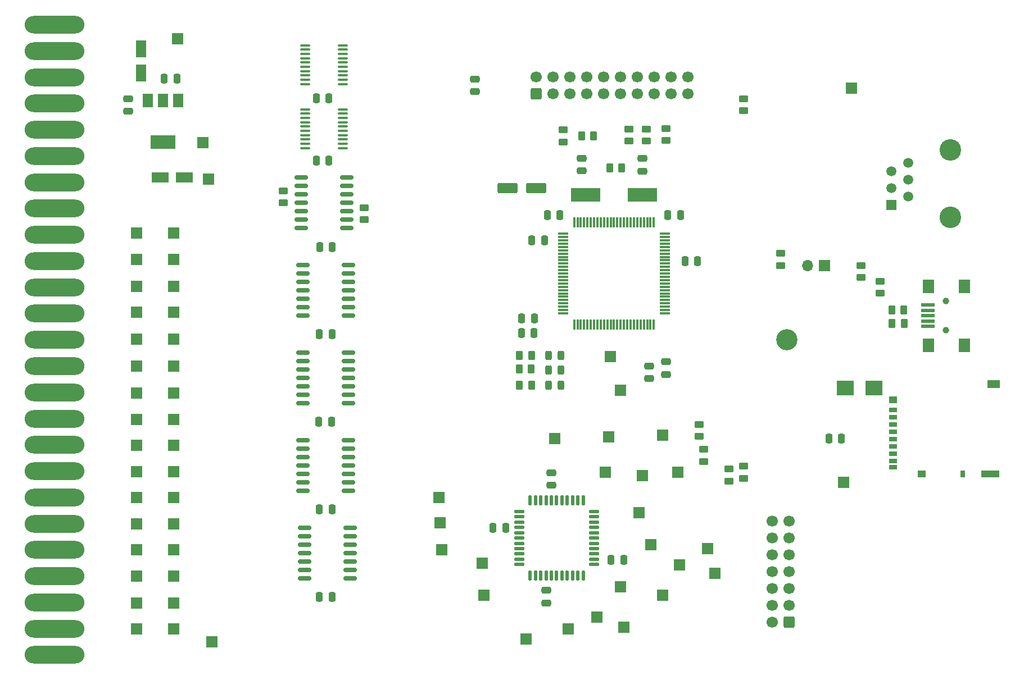
<source format=gbr>
%TF.GenerationSoftware,KiCad,Pcbnew,(6.0.9-0)*%
%TF.CreationDate,2023-01-03T21:00:16+01:00*%
%TF.ProjectId,MPSIBOARD,4d505349-424f-4415-9244-2e6b69636164,rev?*%
%TF.SameCoordinates,Original*%
%TF.FileFunction,Soldermask,Top*%
%TF.FilePolarity,Negative*%
%FSLAX46Y46*%
G04 Gerber Fmt 4.6, Leading zero omitted, Abs format (unit mm)*
G04 Created by KiCad (PCBNEW (6.0.9-0)) date 2023-01-03 21:00:16*
%MOMM*%
%LPD*%
G01*
G04 APERTURE LIST*
G04 Aperture macros list*
%AMRoundRect*
0 Rectangle with rounded corners*
0 $1 Rounding radius*
0 $2 $3 $4 $5 $6 $7 $8 $9 X,Y pos of 4 corners*
0 Add a 4 corners polygon primitive as box body*
4,1,4,$2,$3,$4,$5,$6,$7,$8,$9,$2,$3,0*
0 Add four circle primitives for the rounded corners*
1,1,$1+$1,$2,$3*
1,1,$1+$1,$4,$5*
1,1,$1+$1,$6,$7*
1,1,$1+$1,$8,$9*
0 Add four rect primitives between the rounded corners*
20,1,$1+$1,$2,$3,$4,$5,0*
20,1,$1+$1,$4,$5,$6,$7,0*
20,1,$1+$1,$6,$7,$8,$9,0*
20,1,$1+$1,$8,$9,$2,$3,0*%
G04 Aperture macros list end*
%ADD10C,3.200000*%
%ADD11R,1.700000X1.700000*%
%ADD12RoundRect,0.250000X0.450000X-0.262500X0.450000X0.262500X-0.450000X0.262500X-0.450000X-0.262500X0*%
%ADD13RoundRect,0.250000X-0.450000X0.262500X-0.450000X-0.262500X0.450000X-0.262500X0.450000X0.262500X0*%
%ADD14RoundRect,0.250000X-0.475000X0.250000X-0.475000X-0.250000X0.475000X-0.250000X0.475000X0.250000X0*%
%ADD15RoundRect,0.250000X-0.262500X-0.450000X0.262500X-0.450000X0.262500X0.450000X-0.262500X0.450000X0*%
%ADD16RoundRect,0.250000X0.250000X0.475000X-0.250000X0.475000X-0.250000X-0.475000X0.250000X-0.475000X0*%
%ADD17RoundRect,0.250000X0.475000X-0.250000X0.475000X0.250000X-0.475000X0.250000X-0.475000X-0.250000X0*%
%ADD18RoundRect,0.250000X0.550000X-1.050000X0.550000X1.050000X-0.550000X1.050000X-0.550000X-1.050000X0*%
%ADD19RoundRect,0.250000X1.250000X0.550000X-1.250000X0.550000X-1.250000X-0.550000X1.250000X-0.550000X0*%
%ADD20RoundRect,0.243750X0.243750X0.456250X-0.243750X0.456250X-0.243750X-0.456250X0.243750X-0.456250X0*%
%ADD21R,4.500000X2.000000*%
%ADD22RoundRect,0.150000X-0.837500X-0.150000X0.837500X-0.150000X0.837500X0.150000X-0.837500X0.150000X0*%
%ADD23C,3.250000*%
%ADD24R,1.520000X1.520000*%
%ADD25C,1.520000*%
%ADD26RoundRect,0.075000X-0.075000X0.725000X-0.075000X-0.725000X0.075000X-0.725000X0.075000X0.725000X0*%
%ADD27RoundRect,0.075000X-0.725000X0.075000X-0.725000X-0.075000X0.725000X-0.075000X0.725000X0.075000X0*%
%ADD28RoundRect,0.250000X-0.250000X-0.475000X0.250000X-0.475000X0.250000X0.475000X-0.250000X0.475000X0*%
%ADD29R,1.200000X0.700000*%
%ADD30R,0.800000X1.000000*%
%ADD31R,2.800000X1.000000*%
%ADD32R,1.900000X1.300000*%
%ADD33R,1.200000X1.000000*%
%ADD34O,1.700000X1.700000*%
%ADD35RoundRect,0.100000X-0.637500X-0.100000X0.637500X-0.100000X0.637500X0.100000X-0.637500X0.100000X0*%
%ADD36RoundRect,0.250000X0.262500X0.450000X-0.262500X0.450000X-0.262500X-0.450000X0.262500X-0.450000X0*%
%ADD37RoundRect,0.250000X0.600000X0.600000X-0.600000X0.600000X-0.600000X-0.600000X0.600000X-0.600000X0*%
%ADD38C,1.700000*%
%ADD39O,9.000000X2.650000*%
%ADD40RoundRect,0.250000X-1.050000X-0.550000X1.050000X-0.550000X1.050000X0.550000X-1.050000X0.550000X0*%
%ADD41RoundRect,0.137500X-0.137500X0.600000X-0.137500X-0.600000X0.137500X-0.600000X0.137500X0.600000X0*%
%ADD42RoundRect,0.137500X-0.600000X0.137500X-0.600000X-0.137500X0.600000X-0.137500X0.600000X0.137500X0*%
%ADD43C,1.000000*%
%ADD44R,2.000000X0.500000*%
%ADD45R,1.700000X2.000000*%
%ADD46R,2.500000X2.300000*%
%ADD47RoundRect,0.250000X0.600000X-0.600000X0.600000X0.600000X-0.600000X0.600000X-0.600000X-0.600000X0*%
%ADD48R,1.500000X2.000000*%
%ADD49R,3.800000X2.000000*%
G04 APERTURE END LIST*
D10*
%TO.C,H1*%
X146660000Y-85440000D03*
%TD*%
D11*
%TO.C,TP51*%
X48768000Y-101346000D03*
%TD*%
%TO.C,TP36*%
X54356000Y-89408000D03*
%TD*%
%TO.C,TP33*%
X48768000Y-81280000D03*
%TD*%
D12*
%TO.C,R21*%
X134125000Y-103800000D03*
X134125000Y-101975000D03*
%TD*%
%TO.C,R20*%
X133475000Y-100000000D03*
X133475000Y-98175000D03*
%TD*%
D13*
%TO.C,R19*%
X157875000Y-74237500D03*
X157875000Y-76062500D03*
%TD*%
%TO.C,R18*%
X160750000Y-76600000D03*
X160750000Y-78425000D03*
%TD*%
D12*
%TO.C,R17*%
X138000000Y-106762500D03*
X138000000Y-104937500D03*
%TD*%
%TO.C,R16*%
X140200000Y-106312500D03*
X140200000Y-104487500D03*
%TD*%
D14*
%TO.C,C22*%
X47453000Y-49084000D03*
X47453000Y-50984000D03*
%TD*%
D11*
%TO.C,TP48*%
X54356000Y-105283000D03*
%TD*%
D15*
%TO.C,R7*%
X115777000Y-54713500D03*
X117602000Y-54713500D03*
%TD*%
D16*
%TO.C,C1*%
X154900000Y-100300000D03*
X153000000Y-100300000D03*
%TD*%
D12*
%TO.C,R3*%
X125490000Y-55470000D03*
X125490000Y-53645000D03*
%TD*%
D11*
%TO.C,TP18*%
X135890000Y-120650000D03*
%TD*%
D16*
%TO.C,C18*%
X78230000Y-71420000D03*
X76330000Y-71420000D03*
%TD*%
D11*
%TO.C,TP1*%
X124460000Y-111506000D03*
%TD*%
D17*
%TO.C,C11*%
X115824000Y-59944000D03*
X115824000Y-58044000D03*
%TD*%
D18*
%TO.C,C6*%
X49383000Y-45164000D03*
X49383000Y-41564000D03*
%TD*%
D11*
%TO.C,TP2*%
X130302000Y-105410000D03*
%TD*%
D14*
%TO.C,C2*%
X99720400Y-46101000D03*
X99720400Y-48001000D03*
%TD*%
D16*
%TO.C,C28*%
X104328000Y-113792000D03*
X102428000Y-113792000D03*
%TD*%
D19*
%TO.C,C3*%
X108966000Y-62587500D03*
X104566000Y-62587500D03*
%TD*%
D11*
%TO.C,TP30*%
X100838000Y-119126000D03*
%TD*%
D20*
%TO.C,D2*%
X112650000Y-90010000D03*
X110775000Y-90010000D03*
%TD*%
D16*
%TO.C,C19*%
X110170000Y-70461500D03*
X108270000Y-70461500D03*
%TD*%
D11*
%TO.C,TP42*%
X54356000Y-77343000D03*
%TD*%
D21*
%TO.C,Y1*%
X124900000Y-63603500D03*
X116400000Y-63603500D03*
%TD*%
D11*
%TO.C,TP49*%
X54356000Y-109220000D03*
%TD*%
D22*
%TO.C,U9*%
X73499500Y-60960000D03*
X73499500Y-62230000D03*
X73499500Y-63500000D03*
X73499500Y-64770000D03*
X73499500Y-66040000D03*
X73499500Y-67310000D03*
X73499500Y-68580000D03*
X80424500Y-68580000D03*
X80424500Y-67310000D03*
X80424500Y-66040000D03*
X80424500Y-64770000D03*
X80424500Y-63500000D03*
X80424500Y-62230000D03*
X80424500Y-60960000D03*
%TD*%
D11*
%TO.C,TP20*%
X128016000Y-123952000D03*
%TD*%
D23*
%TO.C,J6*%
X171290000Y-67000000D03*
X171290000Y-56840000D03*
D24*
X162400000Y-65090000D03*
D25*
X164940000Y-63820000D03*
X162400000Y-62550000D03*
X164940000Y-61280000D03*
X162400000Y-60010000D03*
X164940000Y-58740000D03*
%TD*%
D11*
%TO.C,TP56*%
X48768000Y-125095000D03*
%TD*%
%TO.C,TP16*%
X126238000Y-116332000D03*
%TD*%
%TO.C,TP61*%
X156440000Y-47510000D03*
%TD*%
%TO.C,TP4*%
X124968000Y-105918000D03*
%TD*%
D26*
%TO.C,U2*%
X126650000Y-67763000D03*
X126150000Y-67763000D03*
X125650000Y-67763000D03*
X125150000Y-67763000D03*
X124650000Y-67763000D03*
X124150000Y-67763000D03*
X123650000Y-67763000D03*
X123150000Y-67763000D03*
X122650000Y-67763000D03*
X122150000Y-67763000D03*
X121650000Y-67763000D03*
X121150000Y-67763000D03*
X120650000Y-67763000D03*
X120150000Y-67763000D03*
X119650000Y-67763000D03*
X119150000Y-67763000D03*
X118650000Y-67763000D03*
X118150000Y-67763000D03*
X117650000Y-67763000D03*
X117150000Y-67763000D03*
X116650000Y-67763000D03*
X116150000Y-67763000D03*
X115650000Y-67763000D03*
X115150000Y-67763000D03*
X114650000Y-67763000D03*
D27*
X112975000Y-69438000D03*
X112975000Y-69938000D03*
X112975000Y-70438000D03*
X112975000Y-70938000D03*
X112975000Y-71438000D03*
X112975000Y-71938000D03*
X112975000Y-72438000D03*
X112975000Y-72938000D03*
X112975000Y-73438000D03*
X112975000Y-73938000D03*
X112975000Y-74438000D03*
X112975000Y-74938000D03*
X112975000Y-75438000D03*
X112975000Y-75938000D03*
X112975000Y-76438000D03*
X112975000Y-76938000D03*
X112975000Y-77438000D03*
X112975000Y-77938000D03*
X112975000Y-78438000D03*
X112975000Y-78938000D03*
X112975000Y-79438000D03*
X112975000Y-79938000D03*
X112975000Y-80438000D03*
X112975000Y-80938000D03*
X112975000Y-81438000D03*
D26*
X114650000Y-83113000D03*
X115150000Y-83113000D03*
X115650000Y-83113000D03*
X116150000Y-83113000D03*
X116650000Y-83113000D03*
X117150000Y-83113000D03*
X117650000Y-83113000D03*
X118150000Y-83113000D03*
X118650000Y-83113000D03*
X119150000Y-83113000D03*
X119650000Y-83113000D03*
X120150000Y-83113000D03*
X120650000Y-83113000D03*
X121150000Y-83113000D03*
X121650000Y-83113000D03*
X122150000Y-83113000D03*
X122650000Y-83113000D03*
X123150000Y-83113000D03*
X123650000Y-83113000D03*
X124150000Y-83113000D03*
X124650000Y-83113000D03*
X125150000Y-83113000D03*
X125650000Y-83113000D03*
X126150000Y-83113000D03*
X126650000Y-83113000D03*
D27*
X128325000Y-81438000D03*
X128325000Y-80938000D03*
X128325000Y-80438000D03*
X128325000Y-79938000D03*
X128325000Y-79438000D03*
X128325000Y-78938000D03*
X128325000Y-78438000D03*
X128325000Y-77938000D03*
X128325000Y-77438000D03*
X128325000Y-76938000D03*
X128325000Y-76438000D03*
X128325000Y-75938000D03*
X128325000Y-75438000D03*
X128325000Y-74938000D03*
X128325000Y-74438000D03*
X128325000Y-73938000D03*
X128325000Y-73438000D03*
X128325000Y-72938000D03*
X128325000Y-72438000D03*
X128325000Y-71938000D03*
X128325000Y-71438000D03*
X128325000Y-70938000D03*
X128325000Y-70438000D03*
X128325000Y-69938000D03*
X128325000Y-69438000D03*
%TD*%
D11*
%TO.C,TP19*%
X130556000Y-119380000D03*
%TD*%
%TO.C,TP10*%
X111760000Y-100330000D03*
%TD*%
%TO.C,TP22*%
X122174000Y-128778000D03*
%TD*%
%TO.C,TP50*%
X54356000Y-113157000D03*
%TD*%
%TO.C,TP44*%
X48768000Y-89408000D03*
%TD*%
D14*
%TO.C,C4*%
X125940000Y-89380000D03*
X125940000Y-91280000D03*
%TD*%
D20*
%TO.C,D1*%
X112670000Y-87800000D03*
X110795000Y-87800000D03*
%TD*%
D28*
%TO.C,C26*%
X128778000Y-66651500D03*
X130678000Y-66651500D03*
%TD*%
D16*
%TO.C,C25*%
X77724000Y-49022000D03*
X75824000Y-49022000D03*
%TD*%
D11*
%TO.C,TP9*%
X48768000Y-129032000D03*
%TD*%
%TO.C,TP34*%
X48768000Y-77343000D03*
%TD*%
D15*
%TO.C,R10*%
X119991500Y-59539500D03*
X121816500Y-59539500D03*
%TD*%
D29*
%TO.C,J3*%
X162709000Y-96031000D03*
X162709000Y-97131000D03*
X162709000Y-98231000D03*
X162709000Y-99331000D03*
X162709000Y-100431000D03*
X162709000Y-101531000D03*
X162709000Y-102631000D03*
X162709000Y-103731000D03*
X162709000Y-104681000D03*
D30*
X173209000Y-105631000D03*
D31*
X177359000Y-105631000D03*
D32*
X177809000Y-92131000D03*
D33*
X162709000Y-94481000D03*
X167009000Y-105631000D03*
%TD*%
D11*
%TO.C,JP1*%
X152400000Y-74210000D03*
D34*
X149860000Y-74210000D03*
%TD*%
D28*
%TO.C,C21*%
X52903000Y-46084000D03*
X54803000Y-46084000D03*
%TD*%
D17*
%TO.C,C10*%
X124968000Y-59981500D03*
X124968000Y-58081500D03*
%TD*%
D16*
%TO.C,C5*%
X78166000Y-84582000D03*
X76266000Y-84582000D03*
%TD*%
D11*
%TO.C,TP60*%
X155260000Y-106970000D03*
%TD*%
D17*
%TO.C,C12*%
X111252000Y-107376000D03*
X111252000Y-105476000D03*
%TD*%
D11*
%TO.C,TP3*%
X128016000Y-99822000D03*
%TD*%
%TO.C,TP21*%
X121666000Y-122682000D03*
%TD*%
%TO.C,TP62*%
X59563000Y-61214000D03*
%TD*%
%TO.C,TP40*%
X48768000Y-73279000D03*
%TD*%
%TO.C,TP45*%
X48768000Y-93472000D03*
%TD*%
D35*
%TO.C,U3*%
X74099500Y-50669000D03*
X74099500Y-51319000D03*
X74099500Y-51969000D03*
X74099500Y-52619000D03*
X74099500Y-53269000D03*
X74099500Y-53919000D03*
X74099500Y-54569000D03*
X74099500Y-55219000D03*
X74099500Y-55869000D03*
X74099500Y-56519000D03*
X79824500Y-56519000D03*
X79824500Y-55869000D03*
X79824500Y-55219000D03*
X79824500Y-54569000D03*
X79824500Y-53919000D03*
X79824500Y-53269000D03*
X79824500Y-52619000D03*
X79824500Y-51969000D03*
X79824500Y-51319000D03*
X79824500Y-50669000D03*
%TD*%
D14*
%TO.C,C14*%
X128500000Y-88760000D03*
X128500000Y-90660000D03*
%TD*%
D36*
%TO.C,R13*%
X108220000Y-87760000D03*
X106395000Y-87760000D03*
%TD*%
%TO.C,R14*%
X108200000Y-89820000D03*
X106375000Y-89820000D03*
%TD*%
D22*
%TO.C,U8*%
X73753500Y-100584000D03*
X73753500Y-101854000D03*
X73753500Y-103124000D03*
X73753500Y-104394000D03*
X73753500Y-105664000D03*
X73753500Y-106934000D03*
X73753500Y-108204000D03*
X80678500Y-108204000D03*
X80678500Y-106934000D03*
X80678500Y-105664000D03*
X80678500Y-104394000D03*
X80678500Y-103124000D03*
X80678500Y-101854000D03*
X80678500Y-100584000D03*
%TD*%
D16*
%TO.C,C13*%
X78166000Y-110998000D03*
X76266000Y-110998000D03*
%TD*%
D37*
%TO.C,J4*%
X147066000Y-128016000D03*
D38*
X144526000Y-128016000D03*
X147066000Y-125476000D03*
X144526000Y-125476000D03*
X147066000Y-122936000D03*
X144526000Y-122936000D03*
X147066000Y-120396000D03*
X144526000Y-120396000D03*
X147066000Y-117856000D03*
X144526000Y-117856000D03*
X147066000Y-115316000D03*
X144526000Y-115316000D03*
X147066000Y-112776000D03*
X144526000Y-112776000D03*
%TD*%
D16*
%TO.C,C8*%
X77724000Y-58420000D03*
X75824000Y-58420000D03*
%TD*%
D11*
%TO.C,TP29*%
X54356000Y-121031000D03*
%TD*%
%TO.C,TP8*%
X120142000Y-87987500D03*
%TD*%
%TO.C,TP52*%
X48768000Y-105283000D03*
%TD*%
%TO.C,TP54*%
X48768000Y-113157000D03*
%TD*%
%TO.C,TP57*%
X54903000Y-40074000D03*
%TD*%
D13*
%TO.C,R5*%
X128524000Y-53547000D03*
X128524000Y-55372000D03*
%TD*%
D11*
%TO.C,TP31*%
X48768000Y-69342000D03*
%TD*%
%TO.C,TP27*%
X54356000Y-117094000D03*
%TD*%
%TO.C,TP47*%
X54356000Y-101346000D03*
%TD*%
%TO.C,TP35*%
X54356000Y-85344000D03*
%TD*%
D39*
%TO.C,J1*%
X36327000Y-132963000D03*
X36327000Y-129003000D03*
X36327000Y-125043000D03*
X36327000Y-121083000D03*
X36327000Y-117123000D03*
X36327000Y-113163000D03*
X36327000Y-109203000D03*
X36327000Y-105243000D03*
X36327000Y-101283000D03*
X36327000Y-97323000D03*
X36327000Y-93363000D03*
X36327000Y-89403000D03*
X36327000Y-85443000D03*
X36327000Y-81483000D03*
X36327000Y-77523000D03*
X36327000Y-73563000D03*
X36327000Y-69603000D03*
X36327000Y-65643000D03*
X36327000Y-61683000D03*
X36327000Y-57723000D03*
X36327000Y-53763000D03*
X36327000Y-49803000D03*
X36327000Y-45843000D03*
X36327000Y-41883000D03*
X36327000Y-37923000D03*
%TD*%
D11*
%TO.C,TP55*%
X54356000Y-129032000D03*
%TD*%
%TO.C,TP25*%
X107442000Y-130556000D03*
%TD*%
%TO.C,TP39*%
X54356000Y-69342000D03*
%TD*%
D13*
%TO.C,R2*%
X83058000Y-67310000D03*
X83058000Y-65485000D03*
%TD*%
D11*
%TO.C,TP37*%
X54356000Y-93472000D03*
%TD*%
%TO.C,TP59*%
X60090000Y-130980000D03*
%TD*%
%TO.C,TP26*%
X48768000Y-117094000D03*
%TD*%
D20*
%TO.C,D3*%
X112647500Y-92250000D03*
X110772500Y-92250000D03*
%TD*%
D13*
%TO.C,R8*%
X122936000Y-53650500D03*
X122936000Y-55475500D03*
%TD*%
D11*
%TO.C,TP13*%
X94488000Y-113030000D03*
%TD*%
D22*
%TO.C,U4*%
X73753500Y-74168000D03*
X73753500Y-75438000D03*
X73753500Y-76708000D03*
X73753500Y-77978000D03*
X73753500Y-79248000D03*
X73753500Y-80518000D03*
X73753500Y-81788000D03*
X80678500Y-81788000D03*
X80678500Y-80518000D03*
X80678500Y-79248000D03*
X80678500Y-77978000D03*
X80678500Y-76708000D03*
X80678500Y-75438000D03*
X80678500Y-74168000D03*
%TD*%
%TO.C,U7*%
X74007500Y-113792000D03*
X74007500Y-115062000D03*
X74007500Y-116332000D03*
X74007500Y-117602000D03*
X74007500Y-118872000D03*
X74007500Y-120142000D03*
X74007500Y-121412000D03*
X80932500Y-121412000D03*
X80932500Y-120142000D03*
X80932500Y-118872000D03*
X80932500Y-117602000D03*
X80932500Y-116332000D03*
X80932500Y-115062000D03*
X80932500Y-113792000D03*
%TD*%
D11*
%TO.C,TP53*%
X48768000Y-109220000D03*
%TD*%
%TO.C,TP11*%
X54356000Y-125095000D03*
%TD*%
D40*
%TO.C,C7*%
X52293000Y-60984000D03*
X55893000Y-60984000D03*
%TD*%
D11*
%TO.C,TP5*%
X119888000Y-100076000D03*
%TD*%
D13*
%TO.C,R9*%
X140208000Y-49078500D03*
X140208000Y-50903500D03*
%TD*%
D12*
%TO.C,R4*%
X145720000Y-74225000D03*
X145720000Y-72400000D03*
%TD*%
D16*
%TO.C,C27*%
X108590000Y-84420000D03*
X106690000Y-84420000D03*
%TD*%
D11*
%TO.C,TP24*%
X113792000Y-129032000D03*
%TD*%
D41*
%TO.C,U1*%
X116014000Y-109653500D03*
X115214000Y-109653500D03*
X114414000Y-109653500D03*
X113614000Y-109653500D03*
X112814000Y-109653500D03*
X112014000Y-109653500D03*
X111214000Y-109653500D03*
X110414000Y-109653500D03*
X109614000Y-109653500D03*
X108814000Y-109653500D03*
X108014000Y-109653500D03*
D42*
X106351500Y-111316000D03*
X106351500Y-112116000D03*
X106351500Y-112916000D03*
X106351500Y-113716000D03*
X106351500Y-114516000D03*
X106351500Y-115316000D03*
X106351500Y-116116000D03*
X106351500Y-116916000D03*
X106351500Y-117716000D03*
X106351500Y-118516000D03*
X106351500Y-119316000D03*
D41*
X108014000Y-120978500D03*
X108814000Y-120978500D03*
X109614000Y-120978500D03*
X110414000Y-120978500D03*
X111214000Y-120978500D03*
X112014000Y-120978500D03*
X112814000Y-120978500D03*
X113614000Y-120978500D03*
X114414000Y-120978500D03*
X115214000Y-120978500D03*
X116014000Y-120978500D03*
D42*
X117676500Y-119316000D03*
X117676500Y-118516000D03*
X117676500Y-117716000D03*
X117676500Y-116916000D03*
X117676500Y-116116000D03*
X117676500Y-115316000D03*
X117676500Y-114516000D03*
X117676500Y-113716000D03*
X117676500Y-112916000D03*
X117676500Y-112116000D03*
X117676500Y-111316000D03*
%TD*%
D11*
%TO.C,TP43*%
X48768000Y-85344000D03*
%TD*%
%TO.C,TP46*%
X48768000Y-97409000D03*
%TD*%
%TO.C,TP58*%
X58713000Y-55684000D03*
%TD*%
%TO.C,TP17*%
X134750000Y-116950000D03*
%TD*%
D28*
%TO.C,C16*%
X120208000Y-118618000D03*
X122108000Y-118618000D03*
%TD*%
D11*
%TO.C,TP15*%
X101092000Y-123952000D03*
%TD*%
%TO.C,TP12*%
X94300000Y-109250000D03*
%TD*%
%TO.C,TP32*%
X54356000Y-81280000D03*
%TD*%
D43*
%TO.C,J2*%
X170629000Y-79588000D03*
X170629000Y-83988000D03*
D44*
X167929000Y-83388000D03*
X167929000Y-82588000D03*
X167929000Y-81788000D03*
X167929000Y-80988000D03*
X167929000Y-80188000D03*
D45*
X168029000Y-86238000D03*
X168029000Y-77338000D03*
X173479000Y-86238000D03*
X173479000Y-77338000D03*
%TD*%
D16*
%TO.C,C20*%
X78100000Y-97790000D03*
X76200000Y-97790000D03*
%TD*%
D28*
%TO.C,C17*%
X131320000Y-73610000D03*
X133220000Y-73610000D03*
%TD*%
D15*
%TO.C,R12*%
X162545000Y-82980000D03*
X164370000Y-82980000D03*
%TD*%
D14*
%TO.C,C23*%
X110490000Y-123190000D03*
X110490000Y-125090000D03*
%TD*%
D11*
%TO.C,TP14*%
X94742000Y-117094000D03*
%TD*%
D22*
%TO.C,U6*%
X73753500Y-87376000D03*
X73753500Y-88646000D03*
X73753500Y-89916000D03*
X73753500Y-91186000D03*
X73753500Y-92456000D03*
X73753500Y-93726000D03*
X73753500Y-94996000D03*
X80678500Y-94996000D03*
X80678500Y-93726000D03*
X80678500Y-92456000D03*
X80678500Y-91186000D03*
X80678500Y-89916000D03*
X80678500Y-88646000D03*
X80678500Y-87376000D03*
%TD*%
D11*
%TO.C,TP41*%
X54356000Y-73279000D03*
%TD*%
%TO.C,TP23*%
X118110000Y-127254000D03*
%TD*%
D13*
%TO.C,R1*%
X70866000Y-62945000D03*
X70866000Y-64770000D03*
%TD*%
D15*
%TO.C,R11*%
X162480000Y-80930000D03*
X164305000Y-80930000D03*
%TD*%
D16*
%TO.C,C15*%
X78166000Y-124206000D03*
X76266000Y-124206000D03*
%TD*%
D12*
%TO.C,R6*%
X113030000Y-55610000D03*
X113030000Y-53785000D03*
%TD*%
D46*
%TO.C,D4*%
X155500000Y-92700000D03*
X159800000Y-92700000D03*
%TD*%
D47*
%TO.C,J5*%
X108966000Y-48354000D03*
D38*
X108966000Y-45814000D03*
X111506000Y-48354000D03*
X111506000Y-45814000D03*
X114046000Y-48354000D03*
X114046000Y-45814000D03*
X116586000Y-48354000D03*
X116586000Y-45814000D03*
X119126000Y-48354000D03*
X119126000Y-45814000D03*
X121666000Y-48354000D03*
X121666000Y-45814000D03*
X124206000Y-48354000D03*
X124206000Y-45814000D03*
X126746000Y-48354000D03*
X126746000Y-45814000D03*
X129286000Y-48354000D03*
X129286000Y-45814000D03*
X131826000Y-48354000D03*
X131826000Y-45814000D03*
%TD*%
D16*
%TO.C,C24*%
X112522000Y-66651500D03*
X110622000Y-66651500D03*
%TD*%
D11*
%TO.C,TP6*%
X119380000Y-105410000D03*
%TD*%
%TO.C,TP38*%
X54356000Y-97409000D03*
%TD*%
D36*
%TO.C,R15*%
X108222500Y-92300000D03*
X106397500Y-92300000D03*
%TD*%
D11*
%TO.C,TP7*%
X121666000Y-93067500D03*
%TD*%
D48*
%TO.C,U11*%
X55013000Y-49354000D03*
D49*
X52713000Y-55654000D03*
D48*
X52713000Y-49354000D03*
X50413000Y-49354000D03*
%TD*%
D11*
%TO.C,TP28*%
X48768000Y-121031000D03*
%TD*%
D16*
%TO.C,C9*%
X108660000Y-82220000D03*
X106760000Y-82220000D03*
%TD*%
D35*
%TO.C,U5*%
X74099500Y-41017000D03*
X74099500Y-41667000D03*
X74099500Y-42317000D03*
X74099500Y-42967000D03*
X74099500Y-43617000D03*
X74099500Y-44267000D03*
X74099500Y-44917000D03*
X74099500Y-45567000D03*
X74099500Y-46217000D03*
X74099500Y-46867000D03*
X79824500Y-46867000D03*
X79824500Y-46217000D03*
X79824500Y-45567000D03*
X79824500Y-44917000D03*
X79824500Y-44267000D03*
X79824500Y-43617000D03*
X79824500Y-42967000D03*
X79824500Y-42317000D03*
X79824500Y-41667000D03*
X79824500Y-41017000D03*
%TD*%
M02*

</source>
